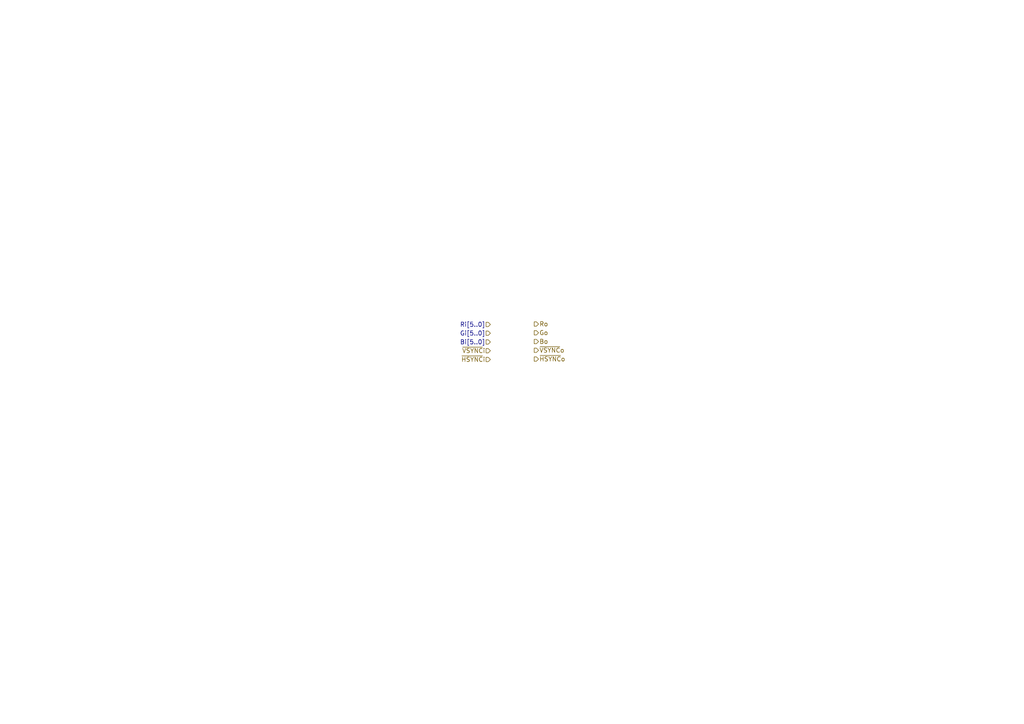
<source format=kicad_sch>
(kicad_sch (version 20230121) (generator eeschema)
  (paper "A4")
  (lib_symbols)
  (hierarchical_label "Bi[5..0]" (shape input) (at 142.2401 99.1875 180))
  (hierarchical_label "~{HSYNC}o" (shape output) (at 154.94 104.14 0))
  (hierarchical_label "Bo" (shape output) (at 154.94 99.06 0))
  (hierarchical_label "~{VSYNC}i" (shape input) (at 142.2401 101.7275 180))
  (hierarchical_label "Ro" (shape output) (at 154.94 93.98 0))
  (hierarchical_label "Gi[5..0]" (shape input) (at 142.2401 96.6475 180))
  (hierarchical_label "~{HSYNC}i" (shape input) (at 142.2401 104.2675 180))
  (hierarchical_label "~{VSYNC}o" (shape output) (at 154.94 101.6 0))
  (hierarchical_label "Ri[5..0]" (shape input) (at 142.2401 94.1075 180))
  (hierarchical_label "Go" (shape output) (at 154.94 96.52 0))
)
</source>
